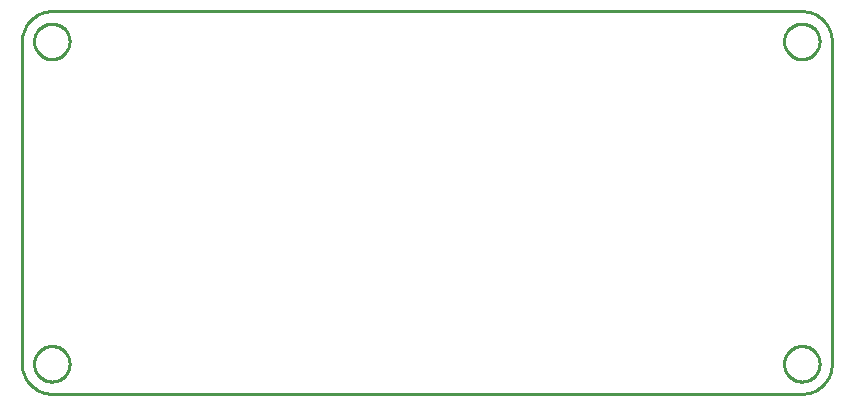
<source format=gbr>
G04 EAGLE Gerber RS-274X export*
G75*
%MOMM*%
%FSLAX34Y34*%
%LPD*%
%IN*%
%IPPOS*%
%AMOC8*
5,1,8,0,0,1.08239X$1,22.5*%
G01*
%ADD10C,0.254000*%


D10*
X0Y25400D02*
X97Y23186D01*
X386Y20989D01*
X865Y18826D01*
X1532Y16713D01*
X2380Y14666D01*
X3403Y12700D01*
X4594Y10831D01*
X5942Y9073D01*
X7440Y7440D01*
X9073Y5942D01*
X10831Y4594D01*
X12700Y3403D01*
X14666Y2380D01*
X16713Y1532D01*
X18826Y865D01*
X20989Y386D01*
X23186Y97D01*
X25400Y0D01*
X660400Y0D01*
X662614Y97D01*
X664811Y386D01*
X666974Y865D01*
X669087Y1532D01*
X671135Y2380D01*
X673100Y3403D01*
X674969Y4594D01*
X676727Y5942D01*
X678361Y7440D01*
X679858Y9073D01*
X681206Y10831D01*
X682397Y12700D01*
X683420Y14666D01*
X684268Y16713D01*
X684935Y18826D01*
X685414Y20989D01*
X685703Y23186D01*
X685800Y25400D01*
X685800Y298450D01*
X685703Y300664D01*
X685414Y302861D01*
X684935Y305024D01*
X684268Y307137D01*
X683420Y309185D01*
X682397Y311150D01*
X681206Y313019D01*
X679858Y314777D01*
X678361Y316411D01*
X676727Y317908D01*
X674969Y319256D01*
X673100Y320447D01*
X671135Y321470D01*
X669087Y322318D01*
X666974Y322985D01*
X664811Y323464D01*
X662614Y323753D01*
X660400Y323850D01*
X25400Y323850D01*
X23186Y323753D01*
X20989Y323464D01*
X18826Y322985D01*
X16713Y322318D01*
X14666Y321470D01*
X12700Y320447D01*
X10831Y319256D01*
X9073Y317908D01*
X7440Y316411D01*
X5942Y314777D01*
X4594Y313019D01*
X3403Y311150D01*
X2380Y309185D01*
X1532Y307137D01*
X865Y305024D01*
X386Y302861D01*
X97Y300664D01*
X0Y298450D01*
X0Y25400D01*
X40400Y297914D02*
X40324Y296846D01*
X40171Y295785D01*
X39943Y294738D01*
X39641Y293710D01*
X39267Y292706D01*
X38822Y291731D01*
X38308Y290791D01*
X37729Y289890D01*
X37087Y289032D01*
X36385Y288222D01*
X35628Y287465D01*
X34818Y286763D01*
X33960Y286121D01*
X33059Y285542D01*
X32119Y285028D01*
X31144Y284583D01*
X30140Y284209D01*
X29112Y283907D01*
X28065Y283679D01*
X27004Y283526D01*
X25936Y283450D01*
X24864Y283450D01*
X23796Y283526D01*
X22735Y283679D01*
X21688Y283907D01*
X20660Y284209D01*
X19656Y284583D01*
X18681Y285028D01*
X17741Y285542D01*
X16840Y286121D01*
X15982Y286763D01*
X15172Y287465D01*
X14415Y288222D01*
X13713Y289032D01*
X13071Y289890D01*
X12492Y290791D01*
X11978Y291731D01*
X11533Y292706D01*
X11159Y293710D01*
X10857Y294738D01*
X10629Y295785D01*
X10476Y296846D01*
X10400Y297914D01*
X10400Y298986D01*
X10476Y300054D01*
X10629Y301115D01*
X10857Y302162D01*
X11159Y303190D01*
X11533Y304194D01*
X11978Y305169D01*
X12492Y306109D01*
X13071Y307010D01*
X13713Y307868D01*
X14415Y308678D01*
X15172Y309435D01*
X15982Y310137D01*
X16840Y310779D01*
X17741Y311358D01*
X18681Y311872D01*
X19656Y312317D01*
X20660Y312691D01*
X21688Y312993D01*
X22735Y313221D01*
X23796Y313374D01*
X24864Y313450D01*
X25936Y313450D01*
X27004Y313374D01*
X28065Y313221D01*
X29112Y312993D01*
X30140Y312691D01*
X31144Y312317D01*
X32119Y311872D01*
X33059Y311358D01*
X33960Y310779D01*
X34818Y310137D01*
X35628Y309435D01*
X36385Y308678D01*
X37087Y307868D01*
X37729Y307010D01*
X38308Y306109D01*
X38822Y305169D01*
X39267Y304194D01*
X39641Y303190D01*
X39943Y302162D01*
X40171Y301115D01*
X40324Y300054D01*
X40400Y298986D01*
X40400Y297914D01*
X40400Y24864D02*
X40324Y23796D01*
X40171Y22735D01*
X39943Y21688D01*
X39641Y20660D01*
X39267Y19656D01*
X38822Y18681D01*
X38308Y17741D01*
X37729Y16840D01*
X37087Y15982D01*
X36385Y15172D01*
X35628Y14415D01*
X34818Y13713D01*
X33960Y13071D01*
X33059Y12492D01*
X32119Y11978D01*
X31144Y11533D01*
X30140Y11159D01*
X29112Y10857D01*
X28065Y10629D01*
X27004Y10476D01*
X25936Y10400D01*
X24864Y10400D01*
X23796Y10476D01*
X22735Y10629D01*
X21688Y10857D01*
X20660Y11159D01*
X19656Y11533D01*
X18681Y11978D01*
X17741Y12492D01*
X16840Y13071D01*
X15982Y13713D01*
X15172Y14415D01*
X14415Y15172D01*
X13713Y15982D01*
X13071Y16840D01*
X12492Y17741D01*
X11978Y18681D01*
X11533Y19656D01*
X11159Y20660D01*
X10857Y21688D01*
X10629Y22735D01*
X10476Y23796D01*
X10400Y24864D01*
X10400Y25936D01*
X10476Y27004D01*
X10629Y28065D01*
X10857Y29112D01*
X11159Y30140D01*
X11533Y31144D01*
X11978Y32119D01*
X12492Y33059D01*
X13071Y33960D01*
X13713Y34818D01*
X14415Y35628D01*
X15172Y36385D01*
X15982Y37087D01*
X16840Y37729D01*
X17741Y38308D01*
X18681Y38822D01*
X19656Y39267D01*
X20660Y39641D01*
X21688Y39943D01*
X22735Y40171D01*
X23796Y40324D01*
X24864Y40400D01*
X25936Y40400D01*
X27004Y40324D01*
X28065Y40171D01*
X29112Y39943D01*
X30140Y39641D01*
X31144Y39267D01*
X32119Y38822D01*
X33059Y38308D01*
X33960Y37729D01*
X34818Y37087D01*
X35628Y36385D01*
X36385Y35628D01*
X37087Y34818D01*
X37729Y33960D01*
X38308Y33059D01*
X38822Y32119D01*
X39267Y31144D01*
X39641Y30140D01*
X39943Y29112D01*
X40171Y28065D01*
X40324Y27004D01*
X40400Y25936D01*
X40400Y24864D01*
X675400Y24864D02*
X675324Y23796D01*
X675171Y22735D01*
X674943Y21688D01*
X674641Y20660D01*
X674267Y19656D01*
X673822Y18681D01*
X673308Y17741D01*
X672729Y16840D01*
X672087Y15982D01*
X671385Y15172D01*
X670628Y14415D01*
X669818Y13713D01*
X668960Y13071D01*
X668059Y12492D01*
X667119Y11978D01*
X666144Y11533D01*
X665140Y11159D01*
X664112Y10857D01*
X663065Y10629D01*
X662004Y10476D01*
X660936Y10400D01*
X659864Y10400D01*
X658796Y10476D01*
X657735Y10629D01*
X656688Y10857D01*
X655660Y11159D01*
X654656Y11533D01*
X653681Y11978D01*
X652741Y12492D01*
X651840Y13071D01*
X650982Y13713D01*
X650172Y14415D01*
X649415Y15172D01*
X648713Y15982D01*
X648071Y16840D01*
X647492Y17741D01*
X646978Y18681D01*
X646533Y19656D01*
X646159Y20660D01*
X645857Y21688D01*
X645629Y22735D01*
X645476Y23796D01*
X645400Y24864D01*
X645400Y25936D01*
X645476Y27004D01*
X645629Y28065D01*
X645857Y29112D01*
X646159Y30140D01*
X646533Y31144D01*
X646978Y32119D01*
X647492Y33059D01*
X648071Y33960D01*
X648713Y34818D01*
X649415Y35628D01*
X650172Y36385D01*
X650982Y37087D01*
X651840Y37729D01*
X652741Y38308D01*
X653681Y38822D01*
X654656Y39267D01*
X655660Y39641D01*
X656688Y39943D01*
X657735Y40171D01*
X658796Y40324D01*
X659864Y40400D01*
X660936Y40400D01*
X662004Y40324D01*
X663065Y40171D01*
X664112Y39943D01*
X665140Y39641D01*
X666144Y39267D01*
X667119Y38822D01*
X668059Y38308D01*
X668960Y37729D01*
X669818Y37087D01*
X670628Y36385D01*
X671385Y35628D01*
X672087Y34818D01*
X672729Y33960D01*
X673308Y33059D01*
X673822Y32119D01*
X674267Y31144D01*
X674641Y30140D01*
X674943Y29112D01*
X675171Y28065D01*
X675324Y27004D01*
X675400Y25936D01*
X675400Y24864D01*
X675400Y297914D02*
X675324Y296846D01*
X675171Y295785D01*
X674943Y294738D01*
X674641Y293710D01*
X674267Y292706D01*
X673822Y291731D01*
X673308Y290791D01*
X672729Y289890D01*
X672087Y289032D01*
X671385Y288222D01*
X670628Y287465D01*
X669818Y286763D01*
X668960Y286121D01*
X668059Y285542D01*
X667119Y285028D01*
X666144Y284583D01*
X665140Y284209D01*
X664112Y283907D01*
X663065Y283679D01*
X662004Y283526D01*
X660936Y283450D01*
X659864Y283450D01*
X658796Y283526D01*
X657735Y283679D01*
X656688Y283907D01*
X655660Y284209D01*
X654656Y284583D01*
X653681Y285028D01*
X652741Y285542D01*
X651840Y286121D01*
X650982Y286763D01*
X650172Y287465D01*
X649415Y288222D01*
X648713Y289032D01*
X648071Y289890D01*
X647492Y290791D01*
X646978Y291731D01*
X646533Y292706D01*
X646159Y293710D01*
X645857Y294738D01*
X645629Y295785D01*
X645476Y296846D01*
X645400Y297914D01*
X645400Y298986D01*
X645476Y300054D01*
X645629Y301115D01*
X645857Y302162D01*
X646159Y303190D01*
X646533Y304194D01*
X646978Y305169D01*
X647492Y306109D01*
X648071Y307010D01*
X648713Y307868D01*
X649415Y308678D01*
X650172Y309435D01*
X650982Y310137D01*
X651840Y310779D01*
X652741Y311358D01*
X653681Y311872D01*
X654656Y312317D01*
X655660Y312691D01*
X656688Y312993D01*
X657735Y313221D01*
X658796Y313374D01*
X659864Y313450D01*
X660936Y313450D01*
X662004Y313374D01*
X663065Y313221D01*
X664112Y312993D01*
X665140Y312691D01*
X666144Y312317D01*
X667119Y311872D01*
X668059Y311358D01*
X668960Y310779D01*
X669818Y310137D01*
X670628Y309435D01*
X671385Y308678D01*
X672087Y307868D01*
X672729Y307010D01*
X673308Y306109D01*
X673822Y305169D01*
X674267Y304194D01*
X674641Y303190D01*
X674943Y302162D01*
X675171Y301115D01*
X675324Y300054D01*
X675400Y298986D01*
X675400Y297914D01*
M02*

</source>
